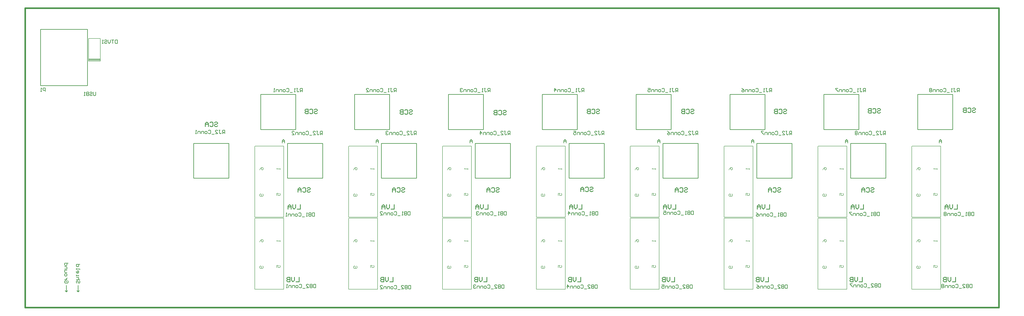
<source format=gbo>
%FSTAX23Y23*%
%MOIN*%
%SFA1B1*%

%IPPOS*%
%ADD12C,0.009843*%
%ADD13C,0.027559*%
%ADD42C,0.007874*%
%ADD43C,0.005905*%
%ADD44C,0.011811*%
%LNbackplane-1*%
%LPD*%
G54D12*
X06438Y0512D02*
Y0572D01*
X05844Y0512D02*
X06438D01*
X05844Y0572D02*
X06438D01*
X05844Y0512D02*
Y0572D01*
X08038Y0512D02*
Y0572D01*
X07444Y0512D02*
X08038D01*
X07444Y0572D02*
X08038D01*
X07444Y0512D02*
Y0572D01*
X09638Y0512D02*
Y0572D01*
X09044Y0512D02*
X09638D01*
X09044Y0572D02*
X09638D01*
X09044Y0512D02*
Y0572D01*
X11238Y0512D02*
Y0572D01*
X10644Y0512D02*
X11238D01*
X10644Y0572D02*
X11238D01*
X10644Y0512D02*
Y0572D01*
X12838Y0512D02*
Y0572D01*
X12244Y0512D02*
X12838D01*
X12244Y0572D02*
X12838D01*
X12244Y0512D02*
Y0572D01*
X14438Y0512D02*
Y0572D01*
X13844Y0512D02*
X14438D01*
X13844Y0572D02*
X14438D01*
X13844Y0512D02*
Y0572D01*
X16038Y0512D02*
Y0572D01*
X15444Y0512D02*
X16038D01*
X15444Y0572D02*
X16038D01*
X15444Y0512D02*
Y0572D01*
X17638Y0512D02*
Y0572D01*
X17044Y0512D02*
X17638D01*
X17044Y0572D02*
X17638D01*
X17044Y0512D02*
Y0572D01*
X047Y04291D02*
X053D01*
X047D02*
Y04885D01*
X053Y04291D02*
Y04885D01*
X047D02*
X053D01*
X063Y04291D02*
X069D01*
X063D02*
Y04885D01*
X069Y04291D02*
Y04885D01*
X063D02*
X069D01*
X079Y04291D02*
X085D01*
X079D02*
Y04885D01*
X085Y04291D02*
Y04885D01*
X079D02*
X085D01*
X095Y04291D02*
X101D01*
X095D02*
Y04885D01*
X101Y04291D02*
Y04885D01*
X095D02*
X101D01*
X111Y04291D02*
X117D01*
X111D02*
Y04885D01*
X117Y04291D02*
Y04885D01*
X111D02*
X117D01*
X127Y04291D02*
X133D01*
X127D02*
Y04885D01*
X133Y04291D02*
Y04885D01*
X127D02*
X133D01*
X143Y04291D02*
X149D01*
X143D02*
Y04885D01*
X149Y04291D02*
Y04885D01*
X143D02*
X149D01*
X159Y04291D02*
X165D01*
X159D02*
Y04885D01*
X165Y04291D02*
Y04885D01*
X159D02*
X165D01*
X02529Y0235D02*
Y02459D01*
Y0235D02*
X0255Y0237D01*
X02529Y0235D02*
X0255Y0237D01*
X02509D02*
X02529Y0235D01*
X02709Y0237D02*
X02729Y0235D01*
X0275Y0237*
X02729Y0235D02*
X0275Y0237D01*
X02729Y0235D02*
Y02459D01*
X0209Y06829D02*
X0289D01*
X0209Y0587D02*
X0289D01*
X0209D02*
Y06829D01*
X0289Y0587D02*
Y06829D01*
X02911Y06306D02*
X03108D01*
X02911Y06322D02*
X03104D01*
X05229Y0505D02*
Y05109D01*
X052*
X0519Y051*
Y05079*
X052Y0507*
X05229*
X05209D02*
X0519Y0505D01*
X05129Y05109D02*
X0515D01*
X0514*
Y05059*
X0515Y0505*
X05159*
X0517Y05059*
X0507Y0505D02*
X05109D01*
X0507Y0509*
Y051*
X05079Y05109*
X051*
X05109Y051*
X0505Y0504D02*
X0501D01*
X0495Y051D02*
X0496Y05109D01*
X04979*
X0499Y051*
Y05059*
X04979Y0505*
X0496*
X0495Y05059*
X0492Y0505D02*
X049D01*
X0489Y05059*
Y05079*
X049Y0509*
X0492*
X04929Y05079*
Y05059*
X0492Y0505*
X0487D02*
Y0509D01*
X0484*
X0483Y05079*
Y0505*
X0481D02*
Y0509D01*
X0478*
X0477Y05079*
Y0505*
X0475D02*
X0473D01*
X0474*
Y05109*
X0475Y051*
X06553Y05764D02*
Y05824D01*
X06524*
X06514Y05814*
Y05794*
X06524Y05785*
X06553*
X06533D02*
X06514Y05764D01*
X06453Y05824D02*
X06474D01*
X06464*
Y05774*
X06474Y05764*
X06483*
X06494Y05774*
X06433Y05764D02*
X06414D01*
X06424*
Y05824*
X06433Y05814*
X06383Y05755D02*
X06344D01*
X06284Y05814D02*
X06294Y05824D01*
X06314*
X06324Y05814*
Y05774*
X06314Y05764*
X06294*
X06284Y05774*
X06253Y05764D02*
X06234D01*
X06224Y05774*
Y05794*
X06234Y05805*
X06253*
X06264Y05794*
Y05774*
X06253Y05764*
X06203D02*
Y05805D01*
X06174*
X06164Y05794*
Y05764*
X06144D02*
Y05805D01*
X06114*
X06104Y05794*
Y05764*
X06084D02*
X06064D01*
X06074*
Y05824*
X06084Y05814*
X06779Y02479D02*
Y0242D01*
X0675*
X0674Y02429*
Y0247*
X0675Y02479*
X06779*
X0672D02*
Y0242D01*
X0669*
X06679Y02429*
Y0244*
X0669Y0245*
X0672*
X0669*
X06679Y02459*
Y0247*
X0669Y02479*
X0672*
X0662Y0242D02*
X06659D01*
X0662Y02459*
Y0247*
X06629Y02479*
X0665*
X06659Y0247*
X066Y02409D02*
X0656D01*
X065Y0247D02*
X0651Y02479D01*
X06529*
X0654Y0247*
Y02429*
X06529Y0242*
X0651*
X065Y02429*
X0647Y0242D02*
X0645D01*
X0644Y02429*
Y0245*
X0645Y02459*
X0647*
X06479Y0245*
Y02429*
X0647Y0242*
X0642D02*
Y02459D01*
X0639*
X0638Y0245*
Y0242*
X0636D02*
Y02459D01*
X0633*
X0632Y0245*
Y0242*
X063D02*
X0628D01*
X0629*
Y02479*
X063Y0247*
X06759Y037D02*
Y0364D01*
X06729*
X0672Y0365*
Y0369*
X06729Y037*
X06759*
X067D02*
Y0364D01*
X0667*
X06659Y0365*
Y03659*
X0667Y0367*
X067*
X0667*
X06659Y03679*
Y0369*
X0667Y037*
X067*
X0664Y0364D02*
X0662D01*
X06629*
Y037*
X0664Y0369*
X0659Y03629D02*
X0655D01*
X0649Y0369D02*
X065Y037D01*
X0652*
X06529Y0369*
Y0365*
X0652Y0364*
X065*
X0649Y0365*
X0646Y0364D02*
X0644D01*
X06429Y0365*
Y0367*
X0644Y03679*
X0646*
X0647Y0367*
Y0365*
X0646Y0364*
X0641D02*
Y03679D01*
X0638*
X0637Y0367*
Y0364*
X0635D02*
Y03679D01*
X0632*
X0631Y0367*
Y0364*
X0629D02*
X0627D01*
X0628*
Y037*
X0629Y0369*
X03031Y05759D02*
Y05709D01*
X03021Y057*
X03001*
X02991Y05709*
Y05759*
X02931Y0575D02*
X02941Y05759D01*
X02961*
X02971Y0575*
Y0574*
X02961Y05729*
X02941*
X02931Y0572*
Y05709*
X02941Y057*
X02961*
X02971Y05709*
X02911Y05759D02*
Y057D01*
X02881*
X02871Y05709*
Y0572*
X02881Y05729*
X02911*
X02881*
X02871Y0574*
Y0575*
X02881Y05759*
X02911*
X02851Y057D02*
X02831D01*
X02841*
Y05759*
X02851Y0575*
X0839Y0372D02*
Y03659D01*
X08359*
X0835Y0367*
Y03709*
X08359Y0372*
X0839*
X08329D02*
Y03659D01*
X083*
X0829Y0367*
Y03679*
X083Y0369*
X08329*
X083*
X0829Y037*
Y03709*
X083Y0372*
X08329*
X0827Y03659D02*
X0825D01*
X0826*
Y0372*
X0827Y03709*
X0822Y0365D02*
X08179D01*
X0812Y03709D02*
X08129Y0372D01*
X0815*
X0816Y03709*
Y0367*
X0815Y03659*
X08129*
X0812Y0367*
X0809Y03659D02*
X0807D01*
X0806Y0367*
Y0369*
X0807Y037*
X0809*
X081Y0369*
Y0367*
X0809Y03659*
X0804D02*
Y037D01*
X0801*
X08Y0369*
Y03659*
X0798D02*
Y037D01*
X0795*
X0794Y0369*
Y03659*
X0788D02*
X0792D01*
X0788Y037*
Y03709*
X0789Y0372*
X0791*
X0792Y03709*
X084Y02459D02*
Y024D01*
X0837*
X08359Y02409*
Y0245*
X0837Y02459*
X084*
X0834D02*
Y024D01*
X08309*
X083Y02409*
Y0242*
X08309Y02429*
X0834*
X08309*
X083Y0244*
Y0245*
X08309Y02459*
X0834*
X0824Y024D02*
X08279D01*
X0824Y0244*
Y0245*
X0825Y02459*
X0827*
X08279Y0245*
X0822Y0239D02*
X08179D01*
X0812Y0245D02*
X08129Y02459D01*
X0815*
X0816Y0245*
Y02409*
X0815Y024*
X08129*
X0812Y02409*
X0809Y024D02*
X0807D01*
X0806Y02409*
Y02429*
X0807Y0244*
X0809*
X081Y02429*
Y02409*
X0809Y024*
X0804D02*
Y0244D01*
X0801*
X08Y02429*
Y024*
X0798D02*
Y0244D01*
X0795*
X0794Y02429*
Y024*
X0788D02*
X0792D01*
X0788Y0244*
Y0245*
X0789Y02459*
X0791*
X0792Y0245*
X08153Y05764D02*
Y05824D01*
X08124*
X08114Y05814*
Y05794*
X08124Y05785*
X08153*
X08133D02*
X08114Y05764D01*
X08053Y05824D02*
X08074D01*
X08064*
Y05774*
X08074Y05764*
X08083*
X08094Y05774*
X08033Y05764D02*
X08014D01*
X08024*
Y05824*
X08033Y05814*
X07983Y05755D02*
X07944D01*
X07884Y05814D02*
X07894Y05824D01*
X07914*
X07924Y05814*
Y05774*
X07914Y05764*
X07894*
X07884Y05774*
X07853Y05764D02*
X07834D01*
X07824Y05774*
Y05794*
X07834Y05805*
X07853*
X07864Y05794*
Y05774*
X07853Y05764*
X07803D02*
Y05805D01*
X07774*
X07764Y05794*
Y05764*
X07744D02*
Y05805D01*
X07714*
X07704Y05794*
Y05764*
X07644D02*
X07684D01*
X07644Y05805*
Y05814*
X07654Y05824*
X07674*
X07684Y05814*
X06894Y05031D02*
Y05092D01*
X06864*
X06855Y05081*
Y05061*
X06864Y05051*
X06894*
X06875D02*
X06855Y05031D01*
X06794Y05092D02*
X06814D01*
X06805*
Y05042*
X06814Y05031*
X06825*
X06835Y05042*
X06735Y05031D02*
X06775D01*
X06735Y05072*
Y05081*
X06744Y05092*
X06764*
X06775Y05081*
X06714Y05022D02*
X06675D01*
X06614Y05081D02*
X06625Y05092D01*
X06645*
X06655Y05081*
Y05042*
X06645Y05031*
X06625*
X06614Y05042*
X06585Y05031D02*
X06564D01*
X06555Y05042*
Y05061*
X06564Y05072*
X06585*
X06595Y05061*
Y05042*
X06585Y05031*
X06535D02*
Y05072D01*
X06505*
X06495Y05061*
Y05031*
X06475D02*
Y05072D01*
X06445*
X06435Y05061*
Y05031*
X06375D02*
X06414D01*
X06375Y05072*
Y05081*
X06385Y05092*
X06405*
X06414Y05081*
X10029Y0372D02*
Y03659D01*
X1*
X0999Y0367*
Y03709*
X1Y0372*
X10029*
X0997D02*
Y03659D01*
X0994*
X09929Y0367*
Y03679*
X0994Y0369*
X0997*
X0994*
X09929Y037*
Y03709*
X0994Y0372*
X0997*
X09909Y03659D02*
X0989D01*
X099*
Y0372*
X09909Y03709*
X0986Y0365D02*
X0982D01*
X0976Y03709D02*
X0977Y0372D01*
X0979*
X098Y03709*
Y0367*
X0979Y03659*
X0977*
X0976Y0367*
X09729Y03659D02*
X0971D01*
X097Y0367*
Y0369*
X0971Y037*
X09729*
X0974Y0369*
Y0367*
X09729Y03659*
X09679D02*
Y037D01*
X0965*
X0964Y0369*
Y03659*
X0962D02*
Y037D01*
X0959*
X0958Y0369*
Y03659*
X0956Y03709D02*
X0955Y0372D01*
X0953*
X0952Y03709*
Y037*
X0953Y0369*
X0954*
X0953*
X0952Y03679*
Y0367*
X0953Y03659*
X0955*
X0956Y0367*
X0999Y0247D02*
Y02409D01*
X09959*
X0995Y0242*
Y02459*
X09959Y0247*
X0999*
X09929D02*
Y02409D01*
X099*
X0989Y0242*
Y02429*
X099Y0244*
X09929*
X099*
X0989Y0245*
Y02459*
X099Y0247*
X09929*
X09829Y02409D02*
X0987D01*
X09829Y0245*
Y02459*
X0984Y0247*
X0986*
X0987Y02459*
X0981Y024D02*
X0977D01*
X0971Y02459D02*
X0972Y0247D01*
X0974*
X0975Y02459*
Y0242*
X0974Y02409*
X0972*
X0971Y0242*
X09679Y02409D02*
X0966D01*
X0965Y0242*
Y0244*
X0966Y0245*
X09679*
X0969Y0244*
Y0242*
X09679Y02409*
X09629D02*
Y0245D01*
X096*
X0959Y0244*
Y02409*
X0957D02*
Y0245D01*
X0954*
X0953Y0244*
Y02409*
X0951Y02459D02*
X095Y0247D01*
X0948*
X0947Y02459*
Y0245*
X0948Y0244*
X0949*
X0948*
X0947Y02429*
Y0242*
X0948Y02409*
X095*
X0951Y0242*
X09753Y05764D02*
Y05824D01*
X09724*
X09714Y05814*
Y05794*
X09724Y05785*
X09753*
X09733D02*
X09714Y05764D01*
X09653Y05824D02*
X09674D01*
X09664*
Y05774*
X09674Y05764*
X09683*
X09694Y05774*
X09633Y05764D02*
X09614D01*
X09624*
Y05824*
X09633Y05814*
X09583Y05755D02*
X09544D01*
X09484Y05814D02*
X09494Y05824D01*
X09514*
X09524Y05814*
Y05774*
X09514Y05764*
X09494*
X09484Y05774*
X09453Y05764D02*
X09434D01*
X09424Y05774*
Y05794*
X09434Y05805*
X09453*
X09464Y05794*
Y05774*
X09453Y05764*
X09403D02*
Y05805D01*
X09374*
X09364Y05794*
Y05764*
X09344D02*
Y05805D01*
X09314*
X09304Y05794*
Y05764*
X09284Y05814D02*
X09274Y05824D01*
X09254*
X09244Y05814*
Y05805*
X09254Y05794*
X09264*
X09254*
X09244Y05785*
Y05774*
X09254Y05764*
X09274*
X09284Y05774*
X08494Y05031D02*
Y05092D01*
X08464*
X08455Y05081*
Y05061*
X08464Y05051*
X08494*
X08475D02*
X08455Y05031D01*
X08394Y05092D02*
X08414D01*
X08405*
Y05042*
X08414Y05031*
X08425*
X08435Y05042*
X08335Y05031D02*
X08375D01*
X08335Y05072*
Y05081*
X08344Y05092*
X08364*
X08375Y05081*
X08314Y05022D02*
X08275D01*
X08214Y05081D02*
X08225Y05092D01*
X08245*
X08255Y05081*
Y05042*
X08245Y05031*
X08225*
X08214Y05042*
X08185Y05031D02*
X08164D01*
X08155Y05042*
Y05061*
X08164Y05072*
X08185*
X08195Y05061*
Y05042*
X08185Y05031*
X08135D02*
Y05072D01*
X08105*
X08095Y05061*
Y05031*
X08075D02*
Y05072D01*
X08045*
X08035Y05061*
Y05031*
X08014Y05081D02*
X08005Y05092D01*
X07985*
X07975Y05081*
Y05072*
X07985Y05061*
X07995*
X07985*
X07975Y05051*
Y05042*
X07985Y05031*
X08005*
X08014Y05042*
X1159Y0372D02*
Y03659D01*
X11559*
X1155Y0367*
Y03709*
X11559Y0372*
X1159*
X11529D02*
Y03659D01*
X115*
X1149Y0367*
Y03679*
X115Y0369*
X11529*
X115*
X1149Y037*
Y03709*
X115Y0372*
X11529*
X1147Y03659D02*
X1145D01*
X1146*
Y0372*
X1147Y03709*
X1142Y0365D02*
X11379D01*
X1132Y03709D02*
X11329Y0372D01*
X1135*
X1136Y03709*
Y0367*
X1135Y03659*
X11329*
X1132Y0367*
X1129Y03659D02*
X1127D01*
X1126Y0367*
Y0369*
X1127Y037*
X1129*
X113Y0369*
Y0367*
X1129Y03659*
X1124D02*
Y037D01*
X1121*
X112Y0369*
Y03659*
X1118D02*
Y037D01*
X1115*
X1114Y0369*
Y03659*
X1109D02*
Y0372D01*
X1112Y0369*
X1108*
X11579Y0247D02*
Y02409D01*
X1155*
X1154Y0242*
Y02459*
X1155Y0247*
X11579*
X1152D02*
Y02409D01*
X1149*
X11479Y0242*
Y02429*
X1149Y0244*
X1152*
X1149*
X11479Y0245*
Y02459*
X1149Y0247*
X1152*
X1142Y02409D02*
X11459D01*
X1142Y0245*
Y02459*
X11429Y0247*
X1145*
X11459Y02459*
X114Y024D02*
X1136D01*
X113Y02459D02*
X1131Y0247D01*
X11329*
X1134Y02459*
Y0242*
X11329Y02409*
X1131*
X113Y0242*
X1127Y02409D02*
X1125D01*
X1124Y0242*
Y0244*
X1125Y0245*
X1127*
X11279Y0244*
Y0242*
X1127Y02409*
X1122D02*
Y0245D01*
X1119*
X1118Y0244*
Y02409*
X1116D02*
Y0245D01*
X1113*
X1112Y0244*
Y02409*
X1107D02*
Y0247D01*
X111Y0244*
X1106*
X11353Y05764D02*
Y05824D01*
X11324*
X11314Y05814*
Y05794*
X11324Y05785*
X11353*
X11333D02*
X11314Y05764D01*
X11253Y05824D02*
X11274D01*
X11264*
Y05774*
X11274Y05764*
X11283*
X11294Y05774*
X11233Y05764D02*
X11214D01*
X11224*
Y05824*
X11233Y05814*
X11184Y05755D02*
X11144D01*
X11084Y05814D02*
X11094Y05824D01*
X11114*
X11124Y05814*
Y05774*
X11114Y05764*
X11094*
X11084Y05774*
X11053Y05764D02*
X11034D01*
X11024Y05774*
Y05794*
X11034Y05805*
X11053*
X11064Y05794*
Y05774*
X11053Y05764*
X11003D02*
Y05805D01*
X10974*
X10964Y05794*
Y05764*
X10944D02*
Y05805D01*
X10914*
X10904Y05794*
Y05764*
X10854D02*
Y05824D01*
X10884Y05794*
X10844*
X10094Y05031D02*
Y05092D01*
X10064*
X10055Y05081*
Y05061*
X10064Y05051*
X10094*
X10075D02*
X10055Y05031D01*
X09994Y05092D02*
X10014D01*
X10005*
Y05042*
X10014Y05031*
X10025*
X10035Y05042*
X09935Y05031D02*
X09975D01*
X09935Y05072*
Y05081*
X09944Y05092*
X09964*
X09975Y05081*
X09914Y05022D02*
X09875D01*
X09814Y05081D02*
X09825Y05092D01*
X09845*
X09855Y05081*
Y05042*
X09845Y05031*
X09825*
X09814Y05042*
X09785Y05031D02*
X09764D01*
X09755Y05042*
Y05061*
X09764Y05072*
X09785*
X09795Y05061*
Y05042*
X09785Y05031*
X09735D02*
Y05072D01*
X09705*
X09695Y05061*
Y05031*
X09675D02*
Y05072D01*
X09645*
X09635Y05061*
Y05031*
X09585D02*
Y05092D01*
X09614Y05061*
X09575*
X1322Y03729D02*
Y0367D01*
X1319*
X13179Y03679*
Y0372*
X1319Y03729*
X1322*
X13159D02*
Y0367D01*
X13129*
X1312Y03679*
Y0369*
X13129Y037*
X13159*
X13129*
X1312Y03709*
Y0372*
X13129Y03729*
X13159*
X131Y0367D02*
X13079D01*
X1309*
Y03729*
X131Y0372*
X1305Y03659D02*
X1301D01*
X1295Y0372D02*
X1296Y03729D01*
X12979*
X1299Y0372*
Y03679*
X12979Y0367*
X1296*
X1295Y03679*
X1292Y0367D02*
X129D01*
X1289Y03679*
Y037*
X129Y03709*
X1292*
X12929Y037*
Y03679*
X1292Y0367*
X1287D02*
Y03709D01*
X1284*
X1283Y037*
Y0367*
X1281D02*
Y03709D01*
X1278*
X1277Y037*
Y0367*
X1271Y03729D02*
X1275D01*
Y037*
X1273Y03709*
X1272*
X1271Y037*
Y03679*
X1272Y0367*
X1274*
X1275Y03679*
X132Y0247D02*
Y02409D01*
X1317*
X13159Y0242*
Y02459*
X1317Y0247*
X132*
X1314D02*
Y02409D01*
X13109*
X131Y0242*
Y02429*
X13109Y0244*
X1314*
X13109*
X131Y0245*
Y02459*
X13109Y0247*
X1314*
X1304Y02409D02*
X13079D01*
X1304Y0245*
Y02459*
X1305Y0247*
X1307*
X13079Y02459*
X1302Y024D02*
X12979D01*
X1292Y02459D02*
X12929Y0247D01*
X1295*
X1296Y02459*
Y0242*
X1295Y02409*
X12929*
X1292Y0242*
X1289Y02409D02*
X1287D01*
X1286Y0242*
Y0244*
X1287Y0245*
X1289*
X129Y0244*
Y0242*
X1289Y02409*
X1284D02*
Y0245D01*
X1281*
X128Y0244*
Y02409*
X1278D02*
Y0245D01*
X1275*
X1274Y0244*
Y02409*
X1268Y0247D02*
X1272D01*
Y0244*
X127Y0245*
X1269*
X1268Y0244*
Y0242*
X1269Y02409*
X1271*
X1272Y0242*
X12953Y05764D02*
Y05824D01*
X12924*
X12914Y05814*
Y05794*
X12924Y05785*
X12953*
X12933D02*
X12914Y05764D01*
X12853Y05824D02*
X12874D01*
X12864*
Y05774*
X12874Y05764*
X12883*
X12894Y05774*
X12833Y05764D02*
X12814D01*
X12824*
Y05824*
X12833Y05814*
X12783Y05755D02*
X12744D01*
X12684Y05814D02*
X12694Y05824D01*
X12714*
X12724Y05814*
Y05774*
X12714Y05764*
X12694*
X12684Y05774*
X12653Y05764D02*
X12634D01*
X12624Y05774*
Y05794*
X12634Y05805*
X12653*
X12664Y05794*
Y05774*
X12653Y05764*
X12603D02*
Y05805D01*
X12574*
X12564Y05794*
Y05764*
X12544D02*
Y05805D01*
X12514*
X12504Y05794*
Y05764*
X12444Y05824D02*
X12484D01*
Y05794*
X12464Y05805*
X12454*
X12444Y05794*
Y05774*
X12454Y05764*
X12474*
X12484Y05774*
X11694Y05031D02*
Y05092D01*
X11664*
X11655Y05081*
Y05061*
X11664Y05051*
X11694*
X11675D02*
X11655Y05031D01*
X11594Y05092D02*
X11614D01*
X11605*
Y05042*
X11614Y05031*
X11625*
X11635Y05042*
X11535Y05031D02*
X11575D01*
X11535Y05072*
Y05081*
X11544Y05092*
X11564*
X11575Y05081*
X11514Y05022D02*
X11475D01*
X11414Y05081D02*
X11425Y05092D01*
X11445*
X11455Y05081*
Y05042*
X11445Y05031*
X11425*
X11414Y05042*
X11385Y05031D02*
X11364D01*
X11355Y05042*
Y05061*
X11364Y05072*
X11385*
X11395Y05061*
Y05042*
X11385Y05031*
X11335D02*
Y05072D01*
X11305*
X11295Y05061*
Y05031*
X11275D02*
Y05072D01*
X11245*
X11235Y05061*
Y05031*
X11175Y05092D02*
X11214D01*
Y05061*
X11195Y05072*
X11185*
X11175Y05061*
Y05042*
X11185Y05031*
X11205*
X11214Y05042*
X148Y037D02*
Y0364D01*
X1477*
X14759Y0365*
Y0369*
X1477Y037*
X148*
X1474D02*
Y0364D01*
X14709*
X147Y0365*
Y03659*
X14709Y0367*
X1474*
X14709*
X147Y03679*
Y0369*
X14709Y037*
X1474*
X14679Y0364D02*
X1466D01*
X1467*
Y037*
X14679Y0369*
X14629Y03629D02*
X1459D01*
X14529Y0369D02*
X1454Y037D01*
X1456*
X1457Y0369*
Y0365*
X1456Y0364*
X1454*
X14529Y0365*
X145Y0364D02*
X14479D01*
X1447Y0365*
Y0367*
X14479Y03679*
X145*
X1451Y0367*
Y0365*
X145Y0364*
X1445D02*
Y03679D01*
X1442*
X1441Y0367*
Y0364*
X1439D02*
Y03679D01*
X1436*
X1435Y0367*
Y0364*
X1429Y037D02*
X1431Y0369D01*
X1433Y0367*
Y0365*
X1432Y0364*
X143*
X1429Y0365*
Y03659*
X143Y0367*
X1433*
X1482Y0247D02*
Y02409D01*
X1479*
X14779Y0242*
Y02459*
X1479Y0247*
X1482*
X14759D02*
Y02409D01*
X14729*
X1472Y0242*
Y02429*
X14729Y0244*
X14759*
X14729*
X1472Y0245*
Y02459*
X14729Y0247*
X14759*
X1466Y02409D02*
X147D01*
X1466Y0245*
Y02459*
X1467Y0247*
X1469*
X147Y02459*
X1464Y024D02*
X146D01*
X1454Y02459D02*
X1455Y0247D01*
X1457*
X14579Y02459*
Y0242*
X1457Y02409*
X1455*
X1454Y0242*
X1451Y02409D02*
X1449D01*
X14479Y0242*
Y0244*
X1449Y0245*
X1451*
X1452Y0244*
Y0242*
X1451Y02409*
X1446D02*
Y0245D01*
X1443*
X1442Y0244*
Y02409*
X144D02*
Y0245D01*
X1437*
X1436Y0244*
Y02409*
X143Y0247D02*
X1432Y02459D01*
X1434Y0244*
Y0242*
X1433Y02409*
X1431*
X143Y0242*
Y02429*
X1431Y0244*
X1434*
X14553Y05764D02*
Y05824D01*
X14524*
X14514Y05814*
Y05794*
X14524Y05785*
X14553*
X14533D02*
X14514Y05764D01*
X14453Y05824D02*
X14474D01*
X14464*
Y05774*
X14474Y05764*
X14483*
X14494Y05774*
X14433Y05764D02*
X14414D01*
X14424*
Y05824*
X14433Y05814*
X14384Y05755D02*
X14344D01*
X14284Y05814D02*
X14294Y05824D01*
X14314*
X14324Y05814*
Y05774*
X14314Y05764*
X14294*
X14284Y05774*
X14253Y05764D02*
X14234D01*
X14224Y05774*
Y05794*
X14234Y05805*
X14253*
X14264Y05794*
Y05774*
X14253Y05764*
X14203D02*
Y05805D01*
X14174*
X14164Y05794*
Y05764*
X14144D02*
Y05805D01*
X14114*
X14104Y05794*
Y05764*
X14044Y05824D02*
X14064Y05814D01*
X14084Y05794*
Y05774*
X14074Y05764*
X14054*
X14044Y05774*
Y05785*
X14054Y05794*
X14084*
X13294Y05031D02*
Y05092D01*
X13264*
X13255Y05081*
Y05061*
X13264Y05051*
X13294*
X13275D02*
X13255Y05031D01*
X13194Y05092D02*
X13214D01*
X13205*
Y05042*
X13214Y05031*
X13225*
X13235Y05042*
X13135Y05031D02*
X13175D01*
X13135Y05072*
Y05081*
X13144Y05092*
X13164*
X13175Y05081*
X13114Y05022D02*
X13075D01*
X13014Y05081D02*
X13025Y05092D01*
X13045*
X13055Y05081*
Y05042*
X13045Y05031*
X13025*
X13014Y05042*
X12985Y05031D02*
X12964D01*
X12955Y05042*
Y05061*
X12964Y05072*
X12985*
X12995Y05061*
Y05042*
X12985Y05031*
X12935D02*
Y05072D01*
X12905*
X12895Y05061*
Y05031*
X12875D02*
Y05072D01*
X12845*
X12835Y05061*
Y05031*
X12775Y05092D02*
X12795Y05081D01*
X12814Y05061*
Y05042*
X12805Y05031*
X12785*
X12775Y05042*
Y05051*
X12785Y05061*
X12814*
X1639Y03709D02*
Y0365D01*
X16359*
X1635Y03659*
Y037*
X16359Y03709*
X1639*
X16329D02*
Y0365D01*
X163*
X1629Y03659*
Y0367*
X163Y03679*
X16329*
X163*
X1629Y0369*
Y037*
X163Y03709*
X16329*
X1627Y0365D02*
X1625D01*
X1626*
Y03709*
X1627Y037*
X1622Y0364D02*
X16179D01*
X1612Y037D02*
X16129Y03709D01*
X1615*
X1616Y037*
Y03659*
X1615Y0365*
X16129*
X1612Y03659*
X1609Y0365D02*
X1607D01*
X1606Y03659*
Y03679*
X1607Y0369*
X1609*
X161Y03679*
Y03659*
X1609Y0365*
X1604D02*
Y0369D01*
X1601*
X16Y03679*
Y0365*
X1598D02*
Y0369D01*
X1595*
X1594Y03679*
Y0365*
X1592Y03709D02*
X1588D01*
Y037*
X1592Y03659*
Y0365*
X16409Y0249D02*
Y02429D01*
X16379*
X1637Y0244*
Y02479*
X16379Y0249*
X16409*
X1635D02*
Y02429D01*
X1632*
X16309Y0244*
Y0245*
X1632Y02459*
X1635*
X1632*
X16309Y0247*
Y02479*
X1632Y0249*
X1635*
X1625Y02429D02*
X1629D01*
X1625Y0247*
Y02479*
X1626Y0249*
X16279*
X1629Y02479*
X16229Y0242D02*
X1619D01*
X16129Y02479D02*
X1614Y0249D01*
X1616*
X1617Y02479*
Y0244*
X1616Y02429*
X1614*
X16129Y0244*
X161Y02429D02*
X16079D01*
X1607Y0244*
Y02459*
X16079Y0247*
X161*
X1611Y02459*
Y0244*
X161Y02429*
X1605D02*
Y0247D01*
X1602*
X1601Y02459*
Y02429*
X1599D02*
Y0247D01*
X1596*
X1595Y02459*
Y02429*
X1593Y0249D02*
X1589D01*
Y02479*
X1593Y0244*
Y02429*
X16153Y05764D02*
Y05824D01*
X16124*
X16114Y05814*
Y05794*
X16124Y05785*
X16153*
X16133D02*
X16114Y05764D01*
X16053Y05824D02*
X16074D01*
X16064*
Y05774*
X16074Y05764*
X16083*
X16094Y05774*
X16033Y05764D02*
X16014D01*
X16024*
Y05824*
X16033Y05814*
X15983Y05755D02*
X15944D01*
X15884Y05814D02*
X15894Y05824D01*
X15914*
X15924Y05814*
Y05774*
X15914Y05764*
X15894*
X15884Y05774*
X15853Y05764D02*
X15834D01*
X15824Y05774*
Y05794*
X15834Y05805*
X15853*
X15864Y05794*
Y05774*
X15853Y05764*
X15803D02*
Y05805D01*
X15774*
X15764Y05794*
Y05764*
X15744D02*
Y05805D01*
X15714*
X15704Y05794*
Y05764*
X15684Y05824D02*
X15644D01*
Y05814*
X15684Y05774*
Y05764*
X14894Y05031D02*
Y05092D01*
X14864*
X14855Y05081*
Y05061*
X14864Y05051*
X14894*
X14875D02*
X14855Y05031D01*
X14794Y05092D02*
X14814D01*
X14805*
Y05042*
X14814Y05031*
X14825*
X14835Y05042*
X14735Y05031D02*
X14775D01*
X14735Y05072*
Y05081*
X14744Y05092*
X14764*
X14775Y05081*
X14714Y05022D02*
X14675D01*
X14614Y05081D02*
X14625Y05092D01*
X14645*
X14655Y05081*
Y05042*
X14645Y05031*
X14625*
X14614Y05042*
X14585Y05031D02*
X14564D01*
X14555Y05042*
Y05061*
X14564Y05072*
X14585*
X14595Y05061*
Y05042*
X14585Y05031*
X14535D02*
Y05072D01*
X14505*
X14495Y05061*
Y05031*
X14475D02*
Y05072D01*
X14445*
X14435Y05061*
Y05031*
X14414Y05092D02*
X14375D01*
Y05081*
X14414Y05042*
Y05031*
X18Y03709D02*
Y0365D01*
X1797*
X17959Y03659*
Y037*
X1797Y03709*
X18*
X1794D02*
Y0365D01*
X17909*
X179Y03659*
Y0367*
X17909Y03679*
X1794*
X17909*
X179Y0369*
Y037*
X17909Y03709*
X1794*
X17879Y0365D02*
X1786D01*
X1787*
Y03709*
X17879Y037*
X17829Y0364D02*
X1779D01*
X17729Y037D02*
X1774Y03709D01*
X1776*
X1777Y037*
Y03659*
X1776Y0365*
X1774*
X17729Y03659*
X177Y0365D02*
X17679D01*
X1767Y03659*
Y03679*
X17679Y0369*
X177*
X1771Y03679*
Y03659*
X177Y0365*
X1765D02*
Y0369D01*
X1762*
X1761Y03679*
Y0365*
X1759D02*
Y0369D01*
X1756*
X1755Y03679*
Y0365*
X1753Y037D02*
X1752Y03709D01*
X175*
X1749Y037*
Y0369*
X175Y03679*
X1749Y0367*
Y03659*
X175Y0365*
X1752*
X1753Y03659*
Y0367*
X1752Y03679*
X1753Y0369*
Y037*
X1752Y03679D02*
X175D01*
X1797Y02479D02*
Y0242D01*
X1794*
X17929Y02429*
Y0247*
X1794Y02479*
X1797*
X17909D02*
Y0242D01*
X17879*
X1787Y02429*
Y0244*
X17879Y0245*
X17909*
X17879*
X1787Y02459*
Y0247*
X17879Y02479*
X17909*
X1781Y0242D02*
X1785D01*
X1781Y02459*
Y0247*
X1782Y02479*
X1784*
X1785Y0247*
X1779Y02409D02*
X1775D01*
X1769Y0247D02*
X177Y02479D01*
X1772*
X17729Y0247*
Y02429*
X1772Y0242*
X177*
X1769Y02429*
X1766Y0242D02*
X1764D01*
X17629Y02429*
Y0245*
X1764Y02459*
X1766*
X1767Y0245*
Y02429*
X1766Y0242*
X1761D02*
Y02459D01*
X1758*
X1757Y0245*
Y0242*
X1755D02*
Y02459D01*
X1752*
X1751Y0245*
Y0242*
X1749Y0247D02*
X1748Y02479D01*
X1746*
X1745Y0247*
Y02459*
X1746Y0245*
X1745Y0244*
Y02429*
X1746Y0242*
X1748*
X1749Y02429*
Y0244*
X1748Y0245*
X1749Y02459*
Y0247*
X1748Y0245D02*
X1746D01*
X17753Y05764D02*
Y05824D01*
X17724*
X17714Y05814*
Y05794*
X17724Y05785*
X17753*
X17733D02*
X17714Y05764D01*
X17653Y05824D02*
X17674D01*
X17664*
Y05774*
X17674Y05764*
X17683*
X17694Y05774*
X17633Y05764D02*
X17614D01*
X17624*
Y05824*
X17633Y05814*
X17584Y05755D02*
X17544D01*
X17484Y05814D02*
X17494Y05824D01*
X17514*
X17524Y05814*
Y05774*
X17514Y05764*
X17494*
X17484Y05774*
X17453Y05764D02*
X17434D01*
X17424Y05774*
Y05794*
X17434Y05805*
X17453*
X17464Y05794*
Y05774*
X17453Y05764*
X17403D02*
Y05805D01*
X17374*
X17364Y05794*
Y05764*
X17344D02*
Y05805D01*
X17314*
X17304Y05794*
Y05764*
X17284Y05814D02*
X17274Y05824D01*
X17254*
X17244Y05814*
Y05805*
X17254Y05794*
X17244Y05785*
Y05774*
X17254Y05764*
X17274*
X17284Y05774*
Y05785*
X17274Y05794*
X17284Y05805*
Y05814*
X17274Y05794D02*
X17254D01*
X16494Y05031D02*
Y05092D01*
X16464*
X16455Y05081*
Y05061*
X16464Y05051*
X16494*
X16475D02*
X16455Y05031D01*
X16394Y05092D02*
X16414D01*
X16405*
Y05042*
X16414Y05031*
X16425*
X16435Y05042*
X16335Y05031D02*
X16375D01*
X16335Y05072*
Y05081*
X16344Y05092*
X16364*
X16375Y05081*
X16314Y05022D02*
X16275D01*
X16214Y05081D02*
X16225Y05092D01*
X16245*
X16255Y05081*
Y05042*
X16245Y05031*
X16225*
X16214Y05042*
X16185Y05031D02*
X16164D01*
X16155Y05042*
Y05061*
X16164Y05072*
X16185*
X16195Y05061*
Y05042*
X16185Y05031*
X16135D02*
Y05072D01*
X16105*
X16095Y05061*
Y05031*
X16075D02*
Y05072D01*
X16045*
X16035Y05061*
Y05031*
X16014Y05081D02*
X16005Y05092D01*
X15985*
X15975Y05081*
Y05072*
X15985Y05061*
X15975Y05051*
Y05042*
X15985Y05031*
X16005*
X16014Y05042*
Y05051*
X16005Y05061*
X16014Y05072*
Y05081*
X16005Y05061D02*
X15985D01*
X0217Y0577D02*
Y05829D01*
X0214*
X02129Y0582*
Y058*
X0214Y0579*
X0217*
X02109Y0577D02*
X0209D01*
X021*
Y05829*
X02109Y0582*
X034Y0665D02*
Y0659D01*
X0337*
X03359Y066*
Y0664*
X0337Y0665*
X034*
X0334D02*
X033D01*
X0332*
Y0659*
X03279Y0665D02*
Y06609D01*
X0326Y0659*
X0324Y06609*
Y0665*
X03179Y0664D02*
X0319Y0665D01*
X0321*
X0322Y0664*
Y06629*
X0321Y0662*
X0319*
X03179Y06609*
Y066*
X0319Y0659*
X0321*
X0322Y066*
X0316Y0659D02*
X0314D01*
X0315*
Y0665*
X0316Y0664*
X06209Y0489D02*
Y04929D01*
X06229Y0495*
X0625Y04929*
Y0489*
Y0492*
X06209*
X07809Y0489D02*
Y04929D01*
X07829Y0495*
X0785Y04929*
Y0489*
Y0492*
X07809*
X09409Y0489D02*
Y04929D01*
X09429Y0495*
X0945Y04929*
Y0489*
Y0492*
X09409*
X11009Y0489D02*
Y04929D01*
X11029Y0495*
X1105Y04929*
Y0489*
Y0492*
X11009*
X12609Y0489D02*
Y04929D01*
X12629Y0495*
X1265Y04929*
Y0489*
Y0492*
X12609*
X14209Y0489D02*
Y04929D01*
X14229Y0495*
X1425Y04929*
Y0489*
Y0492*
X14209*
X15809Y0489D02*
Y04929D01*
X15829Y0495*
X1585Y04929*
Y0489*
Y0492*
X15809*
X17409Y0489D02*
Y04929D01*
X17429Y0495*
X1745Y04929*
Y0489*
Y0492*
X17409*
X0255Y0254D02*
X02559Y02529D01*
Y02509*
X0255Y025*
X02509*
X025Y02509*
Y02529*
X02509Y0254*
X02529*
Y0252*
X0254Y02559D02*
X025D01*
X0252*
X02529Y0257*
X0254Y02579*
Y0259*
X025Y02629D02*
Y0265D01*
X02509Y02659*
X02529*
X0254Y0265*
Y02629*
X02529Y0262*
X02509*
X025Y02629*
X0254Y02679D02*
X02509D01*
X025Y02689*
Y0272*
X0254*
X025Y02739D02*
X0254D01*
Y0277*
X02529Y02779*
X025*
X02559Y02839D02*
X025D01*
Y02809*
X02509Y028*
X02529*
X0254Y02809*
Y02839*
X0275Y0254D02*
X02759Y02529D01*
Y02509*
X0275Y025*
X0274*
X02729Y02509*
Y02529*
X0272Y0254*
X02709*
X027Y02529*
Y02509*
X02709Y025*
X02759Y02559D02*
X027D01*
X02729*
X0274Y0257*
Y0259*
X02729Y026*
X027*
Y0262D02*
Y02639D01*
Y02629*
X0274*
Y0262*
X027Y027D02*
Y02679D01*
X02709Y0267*
X02729*
X0274Y02679*
Y027*
X02729Y02709*
X0272*
Y0267*
X027Y02729D02*
Y0275D01*
Y02739*
X02759*
Y02729*
Y0282D02*
X027D01*
Y02789*
X02709Y02779*
X02729*
X0274Y02789*
Y0282*
G54D13*
X01829Y0719D02*
Y02079D01*
Y0719D02*
X18429D01*
Y02079D02*
Y0719D01*
X01829Y02079D02*
X18429D01*
G54D42*
X07348Y03622D02*
X07835D01*
X07342Y03623D02*
Y04833D01*
X07348Y04838*
X07835*
Y03625D02*
Y04838D01*
X08948Y03622D02*
X09435D01*
X08942Y03623D02*
Y04833D01*
X08948Y04838*
X09435*
Y03625D02*
Y04838D01*
X10548Y03622D02*
X11035D01*
X10543Y03623D02*
Y04833D01*
X10548Y04838*
X11035*
Y03625D02*
Y04838D01*
X12148Y03622D02*
X12635D01*
X12142Y03623D02*
Y04833D01*
X12148Y04838*
X12635*
Y03625D02*
Y04838D01*
X13748Y03622D02*
X14235D01*
X13743Y03623D02*
Y04833D01*
X13748Y04838*
X14235*
Y03625D02*
Y04838D01*
X15348Y03622D02*
X15835D01*
X15342Y03623D02*
Y04833D01*
X15348Y04838*
X15835*
Y03625D02*
Y04838D01*
X16948Y03622D02*
X17435D01*
X16943Y03623D02*
Y04833D01*
X16948Y04838*
X17435*
Y03625D02*
Y04838D01*
X16948Y02392D02*
X17435D01*
X16943Y02393D02*
Y03603D01*
X16948Y03607*
X17435*
Y02395D02*
Y03607D01*
X15348Y02392D02*
X15835D01*
X15342Y02393D02*
Y03603D01*
X15348Y03607*
X15835*
Y02395D02*
Y03607D01*
X13748Y02392D02*
X14235D01*
X13743Y02393D02*
Y03603D01*
X13748Y03607*
X14235*
Y02395D02*
Y03607D01*
X12148Y02392D02*
X12635D01*
X12142Y02393D02*
Y03603D01*
X12148Y03607*
X12635*
Y02395D02*
Y03607D01*
X10548Y02392D02*
X11035D01*
X10543Y02393D02*
Y03603D01*
X10548Y03607*
X11035*
Y02395D02*
Y03607D01*
X08948Y02392D02*
X09435D01*
X08942Y02393D02*
Y03603D01*
X08948Y03607*
X09435*
Y02395D02*
Y03607D01*
X07348Y02392D02*
X07835D01*
X07342Y02393D02*
Y03603D01*
X07348Y03607*
X07835*
Y02395D02*
Y03607D01*
X05748Y03622D02*
X06235D01*
X05743Y03623D02*
Y04833D01*
X05748Y04838*
X06235*
Y03625D02*
Y04838D01*
X05748Y02392D02*
X06235D01*
X05743Y02393D02*
Y03603D01*
X05748Y03607*
X06235*
Y02395D02*
Y03607D01*
X02911Y06287D02*
X03009D01*
X02911D02*
Y06672D01*
X03108*
Y06287D02*
Y06672D01*
X03009Y06287D02*
X03108D01*
G54D43*
X07775Y04457D02*
Y04438D01*
Y04448*
X07716*
X07726Y04457*
X07716Y03992D02*
Y04031D01*
X07746*
X07736Y04011*
Y04001*
X07746Y03992*
X07766*
X07775Y04001*
Y04021*
X07766Y04031*
X07475Y0402D02*
X07485Y0401D01*
Y0399*
X07475Y0398*
X07435*
X07425Y0399*
Y0401*
X07435Y0402*
X07445*
X07455Y0401*
Y0398*
X07425Y0443D02*
X07435Y0445D01*
X07455Y0447*
X07475*
X07485Y0446*
Y0444*
X07475Y0443*
X07465*
X07455Y0444*
Y0447*
X09375Y04457D02*
Y04438D01*
Y04448*
X09316*
X09326Y04457*
X09316Y03992D02*
Y04031D01*
X09346*
X09336Y04011*
Y04001*
X09346Y03992*
X09366*
X09375Y04001*
Y04021*
X09366Y04031*
X09075Y0402D02*
X09085Y0401D01*
Y0399*
X09075Y0398*
X09035*
X09025Y0399*
Y0401*
X09035Y0402*
X09045*
X09055Y0401*
Y0398*
X09025Y0443D02*
X09035Y0445D01*
X09055Y0447*
X09075*
X09085Y0446*
Y0444*
X09075Y0443*
X09065*
X09055Y0444*
Y0447*
X10975Y04457D02*
Y04438D01*
Y04448*
X10916*
X10926Y04457*
X10916Y03992D02*
Y04031D01*
X10946*
X10936Y04011*
Y04001*
X10946Y03992*
X10966*
X10975Y04001*
Y04021*
X10966Y04031*
X10675Y0402D02*
X10685Y0401D01*
Y0399*
X10675Y0398*
X10635*
X10625Y0399*
Y0401*
X10635Y0402*
X10645*
X10655Y0401*
Y0398*
X10625Y0443D02*
X10635Y0445D01*
X10655Y0447*
X10675*
X10685Y0446*
Y0444*
X10675Y0443*
X10665*
X10655Y0444*
Y0447*
X12575Y04457D02*
Y04438D01*
Y04448*
X12516*
X12526Y04457*
X12516Y03992D02*
Y04031D01*
X12546*
X12536Y04011*
Y04001*
X12546Y03992*
X12566*
X12575Y04001*
Y04021*
X12566Y04031*
X12275Y0402D02*
X12285Y0401D01*
Y0399*
X12275Y0398*
X12235*
X12225Y0399*
Y0401*
X12235Y0402*
X12245*
X12255Y0401*
Y0398*
X12225Y0443D02*
X12235Y0445D01*
X12255Y0447*
X12275*
X12285Y0446*
Y0444*
X12275Y0443*
X12265*
X12255Y0444*
Y0447*
X14175Y04457D02*
Y04438D01*
Y04448*
X14116*
X14126Y04457*
X14116Y03992D02*
Y04031D01*
X14146*
X14136Y04011*
Y04001*
X14146Y03992*
X14166*
X14175Y04001*
Y04021*
X14166Y04031*
X13875Y0402D02*
X13885Y0401D01*
Y0399*
X13875Y0398*
X13835*
X13825Y0399*
Y0401*
X13835Y0402*
X13845*
X13855Y0401*
Y0398*
X13825Y0443D02*
X13835Y0445D01*
X13855Y0447*
X13875*
X13885Y0446*
Y0444*
X13875Y0443*
X13865*
X13855Y0444*
Y0447*
X15775Y04457D02*
Y04438D01*
Y04448*
X15716*
X15726Y04457*
X15716Y03992D02*
Y04031D01*
X15746*
X15736Y04011*
Y04001*
X15746Y03992*
X15766*
X15775Y04001*
Y04021*
X15766Y04031*
X15475Y0402D02*
X15485Y0401D01*
Y0399*
X15475Y0398*
X15435*
X15425Y0399*
Y0401*
X15435Y0402*
X15445*
X15455Y0401*
Y0398*
X15425Y0443D02*
X15435Y0445D01*
X15455Y0447*
X15475*
X15485Y0446*
Y0444*
X15475Y0443*
X15465*
X15455Y0444*
Y0447*
X17375Y04457D02*
Y04438D01*
Y04448*
X17316*
X17326Y04457*
X17316Y03992D02*
Y04031D01*
X17346*
X17336Y04011*
Y04001*
X17346Y03992*
X17366*
X17375Y04001*
Y04021*
X17366Y04031*
X17075Y0402D02*
X17085Y0401D01*
Y0399*
X17075Y0398*
X17035*
X17025Y0399*
Y0401*
X17035Y0402*
X17045*
X17055Y0401*
Y0398*
X17025Y0443D02*
X17035Y0445D01*
X17055Y0447*
X17075*
X17085Y0446*
Y0444*
X17075Y0443*
X17065*
X17055Y0444*
Y0447*
X17375Y03227D02*
Y03208D01*
Y03218*
X17316*
X17326Y03227*
X17316Y02762D02*
Y02801D01*
X17346*
X17336Y02781*
Y02772*
X17346Y02762*
X17366*
X17375Y02772*
Y02791*
X17366Y02801*
X17075Y0279D02*
X17085Y0278D01*
Y0276*
X17075Y0275*
X17035*
X17025Y0276*
Y0278*
X17035Y0279*
X17045*
X17055Y0278*
Y0275*
X17025Y032D02*
X17035Y0322D01*
X17055Y0324*
X17075*
X17085Y0323*
Y0321*
X17075Y032*
X17065*
X17055Y0321*
Y0324*
X15775Y03227D02*
Y03208D01*
Y03218*
X15716*
X15726Y03227*
X15716Y02762D02*
Y02801D01*
X15746*
X15736Y02781*
Y02772*
X15746Y02762*
X15766*
X15775Y02772*
Y02791*
X15766Y02801*
X15475Y0279D02*
X15485Y0278D01*
Y0276*
X15475Y0275*
X15435*
X15425Y0276*
Y0278*
X15435Y0279*
X15445*
X15455Y0278*
Y0275*
X15425Y032D02*
X15435Y0322D01*
X15455Y0324*
X15475*
X15485Y0323*
Y0321*
X15475Y032*
X15465*
X15455Y0321*
Y0324*
X14175Y03227D02*
Y03208D01*
Y03218*
X14116*
X14126Y03227*
X14116Y02762D02*
Y02801D01*
X14146*
X14136Y02781*
Y02772*
X14146Y02762*
X14166*
X14175Y02772*
Y02791*
X14166Y02801*
X13875Y0279D02*
X13885Y0278D01*
Y0276*
X13875Y0275*
X13835*
X13825Y0276*
Y0278*
X13835Y0279*
X13845*
X13855Y0278*
Y0275*
X13825Y032D02*
X13835Y0322D01*
X13855Y0324*
X13875*
X13885Y0323*
Y0321*
X13875Y032*
X13865*
X13855Y0321*
Y0324*
X12575Y03227D02*
Y03208D01*
Y03218*
X12516*
X12526Y03227*
X12516Y02762D02*
Y02801D01*
X12546*
X12536Y02781*
Y02772*
X12546Y02762*
X12566*
X12575Y02772*
Y02791*
X12566Y02801*
X12275Y0279D02*
X12285Y0278D01*
Y0276*
X12275Y0275*
X12235*
X12225Y0276*
Y0278*
X12235Y0279*
X12245*
X12255Y0278*
Y0275*
X12225Y032D02*
X12235Y0322D01*
X12255Y0324*
X12275*
X12285Y0323*
Y0321*
X12275Y032*
X12265*
X12255Y0321*
Y0324*
X10975Y03227D02*
Y03208D01*
Y03218*
X10916*
X10926Y03227*
X10916Y02762D02*
Y02801D01*
X10946*
X10936Y02781*
Y02772*
X10946Y02762*
X10966*
X10975Y02772*
Y02791*
X10966Y02801*
X10675Y0279D02*
X10685Y0278D01*
Y0276*
X10675Y0275*
X10635*
X10625Y0276*
Y0278*
X10635Y0279*
X10645*
X10655Y0278*
Y0275*
X10625Y032D02*
X10635Y0322D01*
X10655Y0324*
X10675*
X10685Y0323*
Y0321*
X10675Y032*
X10665*
X10655Y0321*
Y0324*
X09375Y03227D02*
Y03208D01*
Y03218*
X09316*
X09326Y03227*
X09316Y02762D02*
Y02801D01*
X09346*
X09336Y02781*
Y02772*
X09346Y02762*
X09366*
X09375Y02772*
Y02791*
X09366Y02801*
X09075Y0279D02*
X09085Y0278D01*
Y0276*
X09075Y0275*
X09035*
X09025Y0276*
Y0278*
X09035Y0279*
X09045*
X09055Y0278*
Y0275*
X09025Y032D02*
X09035Y0322D01*
X09055Y0324*
X09075*
X09085Y0323*
Y0321*
X09075Y032*
X09065*
X09055Y0321*
Y0324*
X07775Y03227D02*
Y03208D01*
Y03218*
X07716*
X07726Y03227*
X07716Y02762D02*
Y02801D01*
X07746*
X07736Y02781*
Y02772*
X07746Y02762*
X07766*
X07775Y02772*
Y02791*
X07766Y02801*
X07475Y0279D02*
X07485Y0278D01*
Y0276*
X07475Y0275*
X07435*
X07425Y0276*
Y0278*
X07435Y0279*
X07445*
X07455Y0278*
Y0275*
X07425Y032D02*
X07435Y0322D01*
X07455Y0324*
X07475*
X07485Y0323*
Y0321*
X07475Y032*
X07465*
X07455Y0321*
Y0324*
X06175Y04457D02*
Y04438D01*
Y04448*
X06116*
X06126Y04457*
X06116Y03992D02*
Y04031D01*
X06146*
X06136Y04011*
Y04001*
X06146Y03992*
X06166*
X06175Y04001*
Y04021*
X06166Y04031*
X05875Y0402D02*
X05885Y0401D01*
Y0399*
X05875Y0398*
X05835*
X05825Y0399*
Y0401*
X05835Y0402*
X05845*
X05855Y0401*
Y0398*
X05825Y0443D02*
X05835Y0445D01*
X05855Y0447*
X05875*
X05885Y0446*
Y0444*
X05875Y0443*
X05865*
X05855Y0444*
Y0447*
X06175Y03227D02*
Y03208D01*
Y03218*
X06116*
X06126Y03227*
X06116Y02762D02*
Y02801D01*
X06146*
X06136Y02781*
Y02772*
X06146Y02762*
X06166*
X06175Y02772*
Y02791*
X06166Y02801*
X05875Y0279D02*
X05885Y0278D01*
Y0276*
X05875Y0275*
X05835*
X05825Y0276*
Y0278*
X05835Y0279*
X05845*
X05855Y0278*
Y0275*
X05825Y032D02*
X05835Y0322D01*
X05855Y0324*
X05875*
X05885Y0323*
Y0321*
X05875Y032*
X05865*
X05855Y0321*
Y0324*
G54D44*
X05057Y05235D02*
X0507Y05248D01*
X05096*
X05109Y05235*
Y05222*
X05096Y05209*
X0507*
X05057Y05196*
Y05183*
X0507Y0517*
X05096*
X05109Y05183*
X04978Y05235D02*
X04991Y05248D01*
X05018*
X05031Y05235*
Y05183*
X05018Y0517*
X04991*
X04978Y05183*
X04952Y0517D02*
Y05222D01*
X04926Y05248*
X049Y05222*
Y0517*
Y05209*
X04952*
X06637Y04115D02*
X0665Y04128D01*
X06676*
X0669Y04115*
Y04102*
X06676Y04089*
X0665*
X06637Y04076*
Y04062*
X0665Y0405*
X06676*
X0669Y04062*
X06558Y04115D02*
X06572Y04128D01*
X06598*
X06611Y04115*
Y04062*
X06598Y0405*
X06572*
X06558Y04062*
X06532Y0405D02*
Y04102D01*
X06506Y04128*
X06479Y04102*
Y0405*
Y04089*
X06532*
X08247Y04115D02*
X0826Y04128D01*
X08287*
X083Y04115*
Y04102*
X08287Y04089*
X0826*
X08247Y04076*
Y04062*
X0826Y0405*
X08287*
X083Y04062*
X08168Y04115D02*
X08181Y04128D01*
X08208*
X08221Y04115*
Y04062*
X08208Y0405*
X08181*
X08168Y04062*
X08142Y0405D02*
Y04102D01*
X08116Y04128*
X0809Y04102*
Y0405*
Y04089*
X08142*
X09857Y04115D02*
X0987Y04128D01*
X09896*
X09909Y04115*
Y04102*
X09896Y04089*
X0987*
X09857Y04076*
Y04062*
X0987Y0405*
X09896*
X09909Y04062*
X09778Y04115D02*
X09791Y04128D01*
X09818*
X09831Y04115*
Y04062*
X09818Y0405*
X09791*
X09778Y04062*
X09752Y0405D02*
Y04102D01*
X09726Y04128*
X097Y04102*
Y0405*
Y04089*
X09752*
X11457Y04125D02*
X1147Y04138D01*
X11496*
X11509Y04125*
Y04112*
X11496Y04099*
X1147*
X11457Y04086*
Y04073*
X1147Y04059*
X11496*
X11509Y04073*
X11378Y04125D02*
X11391Y04138D01*
X11418*
X11431Y04125*
Y04073*
X11418Y04059*
X11391*
X11378Y04073*
X11352Y04059D02*
Y04112D01*
X11326Y04138*
X113Y04112*
Y04059*
Y04099*
X11352*
X13067Y04115D02*
X1308Y04128D01*
X13106*
X1312Y04115*
Y04102*
X13106Y04089*
X1308*
X13067Y04076*
Y04062*
X1308Y0405*
X13106*
X1312Y04062*
X12988Y04115D02*
X13001Y04128D01*
X13028*
X13041Y04115*
Y04062*
X13028Y0405*
X13001*
X12988Y04062*
X12962Y0405D02*
Y04102D01*
X12936Y04128*
X1291Y04102*
Y0405*
Y04089*
X12962*
X14657Y04115D02*
X1467Y04128D01*
X14696*
X14709Y04115*
Y04102*
X14696Y04089*
X1467*
X14657Y04076*
Y04062*
X1467Y0405*
X14696*
X14709Y04062*
X14578Y04115D02*
X14591Y04128D01*
X14618*
X14631Y04115*
Y04062*
X14618Y0405*
X14591*
X14578Y04062*
X14552Y0405D02*
Y04102D01*
X14526Y04128*
X145Y04102*
Y0405*
Y04089*
X14552*
X16247Y04115D02*
X1626Y04128D01*
X16287*
X163Y04115*
Y04102*
X16287Y04089*
X1626*
X16247Y04076*
Y04062*
X1626Y0405*
X16287*
X163Y04062*
X16168Y04115D02*
X16181Y04128D01*
X16208*
X16221Y04115*
Y04062*
X16208Y0405*
X16181*
X16168Y04062*
X16142Y0405D02*
Y04102D01*
X16116Y04128*
X1609Y04102*
Y0405*
Y04089*
X16142*
X17977Y05475D02*
X1799Y05488D01*
X18016*
X18029Y05475*
Y05462*
X18016Y05449*
X1799*
X17977Y05436*
Y05423*
X1799Y05409*
X18016*
X18029Y05423*
X17898Y05475D02*
X17911Y05488D01*
X17938*
X17951Y05475*
Y05423*
X17938Y05409*
X17911*
X17898Y05423*
X17872Y05488D02*
Y05409D01*
X17833*
X1782Y05423*
Y05436*
X17833Y05449*
X17872*
X17833*
X1782Y05462*
Y05475*
X17833Y05488*
X17872*
X16357Y05465D02*
X1637Y05478D01*
X16396*
X16409Y05465*
Y05452*
X16396Y05439*
X1637*
X16357Y05426*
Y05412*
X1637Y054*
X16396*
X16409Y05412*
X16278Y05465D02*
X16291Y05478D01*
X16318*
X16331Y05465*
Y05412*
X16318Y054*
X16291*
X16278Y05412*
X16252Y05478D02*
Y054D01*
X16213*
X162Y05412*
Y05426*
X16213Y05439*
X16252*
X16213*
X162Y05452*
Y05465*
X16213Y05478*
X16252*
X14757Y05455D02*
X1477Y05468D01*
X14796*
X14809Y05455*
Y05442*
X14796Y05429*
X1477*
X14757Y05416*
Y05403*
X1477Y0539*
X14796*
X14809Y05403*
X14678Y05455D02*
X14691Y05468D01*
X14718*
X14731Y05455*
Y05403*
X14718Y0539*
X14691*
X14678Y05403*
X14652Y05468D02*
Y0539D01*
X14613*
X146Y05403*
Y05416*
X14613Y05429*
X14652*
X14613*
X146Y05442*
Y05455*
X14613Y05468*
X14652*
X13177Y05455D02*
X1319Y05468D01*
X13216*
X13229Y05455*
Y05442*
X13216Y05429*
X1319*
X13177Y05416*
Y05403*
X1319Y0539*
X13216*
X13229Y05403*
X13098Y05455D02*
X13111Y05468D01*
X13138*
X13151Y05455*
Y05403*
X13138Y0539*
X13111*
X13098Y05403*
X13072Y05468D02*
Y0539D01*
X13033*
X1302Y05403*
Y05416*
X13033Y05429*
X13072*
X13033*
X1302Y05442*
Y05455*
X13033Y05468*
X13072*
X11567Y05455D02*
X1158Y05468D01*
X11606*
X1162Y05455*
Y05442*
X11606Y05429*
X1158*
X11567Y05416*
Y05403*
X1158Y0539*
X11606*
X1162Y05403*
X11488Y05455D02*
X11501Y05468D01*
X11528*
X11541Y05455*
Y05403*
X11528Y0539*
X11501*
X11488Y05403*
X11462Y05468D02*
Y0539D01*
X11423*
X1141Y05403*
Y05416*
X11423Y05429*
X11462*
X11423*
X1141Y05442*
Y05455*
X11423Y05468*
X11462*
X09977Y05435D02*
X0999Y05448D01*
X10016*
X10029Y05435*
Y05422*
X10016Y05409*
X0999*
X09977Y05396*
Y05383*
X0999Y0537*
X10016*
X10029Y05383*
X09898Y05435D02*
X09911Y05448D01*
X09938*
X09951Y05435*
Y05383*
X09938Y0537*
X09911*
X09898Y05383*
X09872Y05448D02*
Y0537D01*
X09833*
X0982Y05383*
Y05396*
X09833Y05409*
X09872*
X09833*
X0982Y05422*
Y05435*
X09833Y05448*
X09872*
X08377Y05445D02*
X0839Y05458D01*
X08416*
X08429Y05445*
Y05432*
X08416Y05419*
X0839*
X08377Y05406*
Y05393*
X0839Y05379*
X08416*
X08429Y05393*
X08298Y05445D02*
X08311Y05458D01*
X08338*
X08351Y05445*
Y05393*
X08338Y05379*
X08311*
X08298Y05393*
X08272Y05458D02*
Y05379D01*
X08233*
X0822Y05393*
Y05406*
X08233Y05419*
X08272*
X08233*
X0822Y05432*
Y05445*
X08233Y05458*
X08272*
X06757Y05455D02*
X0677Y05468D01*
X06796*
X06809Y05455*
Y05442*
X06796Y05429*
X0677*
X06757Y05416*
Y05403*
X0677Y0539*
X06796*
X06809Y05403*
X06678Y05455D02*
X06691Y05468D01*
X06718*
X06731Y05455*
Y05403*
X06718Y0539*
X06691*
X06678Y05403*
X06652Y05468D02*
Y0539D01*
X06613*
X066Y05403*
Y05416*
X06613Y05429*
X06652*
X06613*
X066Y05442*
Y05455*
X06613Y05468*
X06652*
X065Y02598D02*
Y0252D01*
X06447*
X06421Y02598D02*
Y02546D01*
X06394Y0252*
X06368Y02546*
Y02598*
X06342D02*
Y0252D01*
X06303*
X0629Y02533*
Y02546*
X06303Y02559*
X06342*
X06303*
X0629Y02572*
Y02585*
X06303Y02598*
X06342*
X081D02*
Y0252D01*
X08047*
X08021Y02598D02*
Y02546D01*
X07994Y0252*
X07968Y02546*
Y02598*
X07942D02*
Y0252D01*
X07903*
X0789Y02533*
Y02546*
X07903Y02559*
X07942*
X07903*
X0789Y02572*
Y02585*
X07903Y02598*
X07942*
X097D02*
Y0252D01*
X09647*
X09621Y02598D02*
Y02546D01*
X09594Y0252*
X09568Y02546*
Y02598*
X09542D02*
Y0252D01*
X09503*
X0949Y02533*
Y02546*
X09503Y02559*
X09542*
X09503*
X0949Y02572*
Y02585*
X09503Y02598*
X09542*
X113D02*
Y0252D01*
X11247*
X11221Y02598D02*
Y02546D01*
X11194Y0252*
X11168Y02546*
Y02598*
X11142D02*
Y0252D01*
X11103*
X1109Y02533*
Y02546*
X11103Y02559*
X11142*
X11103*
X1109Y02572*
Y02585*
X11103Y02598*
X11142*
X129D02*
Y0252D01*
X12847*
X12821Y02598D02*
Y02546D01*
X12794Y0252*
X12768Y02546*
Y02598*
X12742D02*
Y0252D01*
X12703*
X1269Y02533*
Y02546*
X12703Y02559*
X12742*
X12703*
X1269Y02572*
Y02585*
X12703Y02598*
X12742*
X145D02*
Y0252D01*
X14447*
X14421Y02598D02*
Y02546D01*
X14394Y0252*
X14368Y02546*
Y02598*
X14342D02*
Y0252D01*
X14303*
X1429Y02533*
Y02546*
X14303Y02559*
X14342*
X14303*
X1429Y02572*
Y02585*
X14303Y02598*
X14342*
X161D02*
Y0252D01*
X16047*
X16021Y02598D02*
Y02546D01*
X15994Y0252*
X15968Y02546*
Y02598*
X15942D02*
Y0252D01*
X15903*
X1589Y02533*
Y02546*
X15903Y02559*
X15942*
X15903*
X1589Y02572*
Y02585*
X15903Y02598*
X15942*
X1769D02*
Y0252D01*
X17637*
X17611Y02598D02*
Y02546D01*
X17585Y0252*
X17558Y02546*
Y02598*
X17532D02*
Y0252D01*
X17493*
X17479Y02533*
Y02546*
X17493Y02559*
X17532*
X17493*
X17479Y02572*
Y02585*
X17493Y02598*
X17532*
X0652Y03838D02*
Y03759D01*
X06467*
X06441Y03838D02*
Y03786D01*
X06414Y03759*
X06388Y03786*
Y03838*
X06362Y03759D02*
Y03812D01*
X06336Y03838*
X0631Y03812*
Y03759*
Y03799*
X06362*
X0812Y03838D02*
Y03759D01*
X08067*
X08041Y03838D02*
Y03786D01*
X08014Y03759*
X07988Y03786*
Y03838*
X07962Y03759D02*
Y03812D01*
X07936Y03838*
X0791Y03812*
Y03759*
Y03799*
X07962*
X0972Y03838D02*
Y03759D01*
X09667*
X09641Y03838D02*
Y03786D01*
X09614Y03759*
X09588Y03786*
Y03838*
X09562Y03759D02*
Y03812D01*
X09536Y03838*
X0951Y03812*
Y03759*
Y03799*
X09562*
X1132Y03838D02*
Y03759D01*
X11267*
X11241Y03838D02*
Y03786D01*
X11214Y03759*
X11188Y03786*
Y03838*
X11162Y03759D02*
Y03812D01*
X11136Y03838*
X1111Y03812*
Y03759*
Y03799*
X11162*
X1292Y03838D02*
Y03759D01*
X12867*
X12841Y03838D02*
Y03786D01*
X12814Y03759*
X12788Y03786*
Y03838*
X12762Y03759D02*
Y03812D01*
X12736Y03838*
X1271Y03812*
Y03759*
Y03799*
X12762*
X1452Y03838D02*
Y03759D01*
X14467*
X14441Y03838D02*
Y03786D01*
X14414Y03759*
X14388Y03786*
Y03838*
X14362Y03759D02*
Y03812D01*
X14336Y03838*
X1431Y03812*
Y03759*
Y03799*
X14362*
X1612Y03838D02*
Y03759D01*
X16067*
X16041Y03838D02*
Y03786D01*
X16014Y03759*
X15988Y03786*
Y03838*
X15962Y03759D02*
Y03812D01*
X15936Y03838*
X1591Y03812*
Y03759*
Y03799*
X15962*
X1772Y03838D02*
Y03759D01*
X17667*
X17641Y03838D02*
Y03786D01*
X17614Y03759*
X17588Y03786*
Y03838*
X17562Y03759D02*
Y03812D01*
X17536Y03838*
X1751Y03812*
Y03759*
Y03799*
X17562*
M02*
</source>
